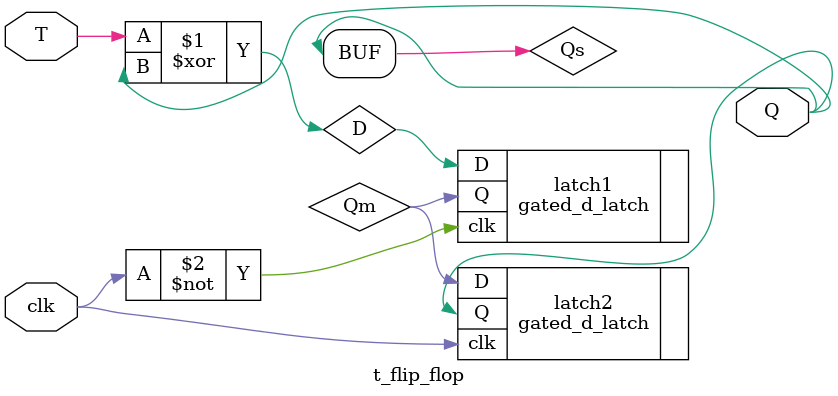
<source format=v>


module t_flip_flop(clk, T, Q);

input T, clk;
output Q;

wire Qm, Qs, D;

assign D = T ^ Q;

gated_d_latch latch1(
	.clk(~clk), 
	.D(D), 
	.Q(Qm)
);

gated_d_latch latch2(
	.clk(clk), 
	.D(Qm), 
	.Q(Qs)
);

assign Q = Qs;

endmodule

</source>
